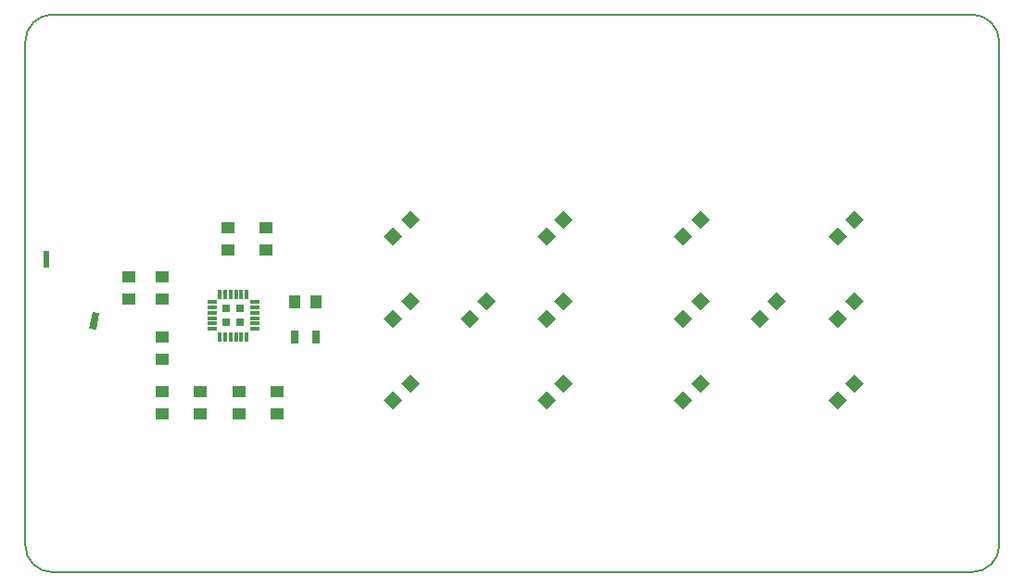
<source format=gbr>
%TF.GenerationSoftware,KiCad,Pcbnew,5.1.0*%
%TF.CreationDate,2019-04-11T23:23:28-05:00*%
%TF.ProjectId,Layout,4c61796f-7574-42e6-9b69-6361645f7063,rev?*%
%TF.SameCoordinates,Original*%
%TF.FileFunction,Paste,Top*%
%TF.FilePolarity,Positive*%
%FSLAX46Y46*%
G04 Gerber Fmt 4.6, Leading zero omitted, Abs format (unit mm)*
G04 Created by KiCad (PCBNEW 5.1.0) date 2019-04-11 23:23:28*
%MOMM*%
%LPD*%
G04 APERTURE LIST*
%ADD10C,0.150000*%
%ADD11R,1.250000X1.000000*%
%ADD12C,1.200000*%
%ADD13C,0.100000*%
%ADD14R,0.850000X0.300000*%
%ADD15R,0.300000X0.850000*%
%ADD16R,0.780000X0.780000*%
%ADD17C,0.630000*%
%ADD18R,0.630000X1.524000*%
%ADD19R,1.000000X1.250000*%
%ADD20R,0.700000X1.300000*%
G04 APERTURE END LIST*
D10*
X112000000Y-122000000D02*
X112000000Y-76000000D01*
X198500000Y-124500000D02*
X114500000Y-124500000D01*
X201000000Y-76000000D02*
X201000000Y-122000000D01*
X114500000Y-73500000D02*
X198500000Y-73500000D01*
X201000000Y-122000000D02*
G75*
G02X198500000Y-124500000I-2500000J0D01*
G01*
X114500000Y-124500000D02*
G75*
G02X112000000Y-122000000I0J2500000D01*
G01*
X112000000Y-76000000D02*
G75*
G02X114500000Y-73500000I2500000J0D01*
G01*
X198500000Y-73500000D02*
G75*
G02X201000000Y-76000000I0J-2500000D01*
G01*
D11*
X124500000Y-105000000D03*
X124500000Y-103000000D03*
X121500000Y-97500000D03*
X121500000Y-99500000D03*
X135000000Y-110000000D03*
X135000000Y-108000000D03*
X131500000Y-108000000D03*
X131500000Y-110000000D03*
X124500000Y-108000000D03*
X124500000Y-110000000D03*
X124500000Y-97500000D03*
X124500000Y-99500000D03*
X128000000Y-108000000D03*
X128000000Y-110000000D03*
X130500000Y-95000000D03*
X130500000Y-93000000D03*
X134000000Y-93000000D03*
X134000000Y-95000000D03*
D12*
X145622184Y-93777817D03*
D13*
G36*
X145622184Y-94626345D02*
G01*
X144773656Y-93777817D01*
X145622184Y-92929289D01*
X146470712Y-93777817D01*
X145622184Y-94626345D01*
X145622184Y-94626345D01*
G37*
D12*
X147177818Y-92222183D03*
D13*
G36*
X147177818Y-93070711D02*
G01*
X146329290Y-92222183D01*
X147177818Y-91373655D01*
X148026346Y-92222183D01*
X147177818Y-93070711D01*
X147177818Y-93070711D01*
G37*
D12*
X161177818Y-107222183D03*
D13*
G36*
X161177818Y-108070711D02*
G01*
X160329290Y-107222183D01*
X161177818Y-106373655D01*
X162026346Y-107222183D01*
X161177818Y-108070711D01*
X161177818Y-108070711D01*
G37*
D12*
X159622184Y-108777817D03*
D13*
G36*
X159622184Y-109626345D02*
G01*
X158773656Y-108777817D01*
X159622184Y-107929289D01*
X160470712Y-108777817D01*
X159622184Y-109626345D01*
X159622184Y-109626345D01*
G37*
D12*
X147177818Y-107222183D03*
D13*
G36*
X147177818Y-108070711D02*
G01*
X146329290Y-107222183D01*
X147177818Y-106373655D01*
X148026346Y-107222183D01*
X147177818Y-108070711D01*
X147177818Y-108070711D01*
G37*
D12*
X145622184Y-108777817D03*
D13*
G36*
X145622184Y-109626345D02*
G01*
X144773656Y-108777817D01*
X145622184Y-107929289D01*
X146470712Y-108777817D01*
X145622184Y-109626345D01*
X145622184Y-109626345D01*
G37*
D12*
X159622184Y-93777817D03*
D13*
G36*
X159622184Y-94626345D02*
G01*
X158773656Y-93777817D01*
X159622184Y-92929289D01*
X160470712Y-93777817D01*
X159622184Y-94626345D01*
X159622184Y-94626345D01*
G37*
D12*
X161177818Y-92222183D03*
D13*
G36*
X161177818Y-93070711D02*
G01*
X160329290Y-92222183D01*
X161177818Y-91373655D01*
X162026346Y-92222183D01*
X161177818Y-93070711D01*
X161177818Y-93070711D01*
G37*
D12*
X152622184Y-101277817D03*
D13*
G36*
X152622184Y-102126345D02*
G01*
X151773656Y-101277817D01*
X152622184Y-100429289D01*
X153470712Y-101277817D01*
X152622184Y-102126345D01*
X152622184Y-102126345D01*
G37*
D12*
X154177818Y-99722183D03*
D13*
G36*
X154177818Y-100570711D02*
G01*
X153329290Y-99722183D01*
X154177818Y-98873655D01*
X155026346Y-99722183D01*
X154177818Y-100570711D01*
X154177818Y-100570711D01*
G37*
D12*
X145622184Y-101277817D03*
D13*
G36*
X145622184Y-102126345D02*
G01*
X144773656Y-101277817D01*
X145622184Y-100429289D01*
X146470712Y-101277817D01*
X145622184Y-102126345D01*
X145622184Y-102126345D01*
G37*
D12*
X147177818Y-99722183D03*
D13*
G36*
X147177818Y-100570711D02*
G01*
X146329290Y-99722183D01*
X147177818Y-98873655D01*
X148026346Y-99722183D01*
X147177818Y-100570711D01*
X147177818Y-100570711D01*
G37*
D12*
X161177818Y-99722183D03*
D13*
G36*
X161177818Y-100570711D02*
G01*
X160329290Y-99722183D01*
X161177818Y-98873655D01*
X162026346Y-99722183D01*
X161177818Y-100570711D01*
X161177818Y-100570711D01*
G37*
D12*
X159622184Y-101277817D03*
D13*
G36*
X159622184Y-102126345D02*
G01*
X158773656Y-101277817D01*
X159622184Y-100429289D01*
X160470712Y-101277817D01*
X159622184Y-102126345D01*
X159622184Y-102126345D01*
G37*
D12*
X173677818Y-92222183D03*
D13*
G36*
X173677818Y-93070711D02*
G01*
X172829290Y-92222183D01*
X173677818Y-91373655D01*
X174526346Y-92222183D01*
X173677818Y-93070711D01*
X173677818Y-93070711D01*
G37*
D12*
X172122184Y-93777817D03*
D13*
G36*
X172122184Y-94626345D02*
G01*
X171273656Y-93777817D01*
X172122184Y-92929289D01*
X172970712Y-93777817D01*
X172122184Y-94626345D01*
X172122184Y-94626345D01*
G37*
D12*
X186222183Y-108777817D03*
D13*
G36*
X186222183Y-109626345D02*
G01*
X185373655Y-108777817D01*
X186222183Y-107929289D01*
X187070711Y-108777817D01*
X186222183Y-109626345D01*
X186222183Y-109626345D01*
G37*
D12*
X187777817Y-107222183D03*
D13*
G36*
X187777817Y-108070711D02*
G01*
X186929289Y-107222183D01*
X187777817Y-106373655D01*
X188626345Y-107222183D01*
X187777817Y-108070711D01*
X187777817Y-108070711D01*
G37*
D12*
X172122184Y-108777817D03*
D13*
G36*
X172122184Y-109626345D02*
G01*
X171273656Y-108777817D01*
X172122184Y-107929289D01*
X172970712Y-108777817D01*
X172122184Y-109626345D01*
X172122184Y-109626345D01*
G37*
D12*
X173677818Y-107222183D03*
D13*
G36*
X173677818Y-108070711D02*
G01*
X172829290Y-107222183D01*
X173677818Y-106373655D01*
X174526346Y-107222183D01*
X173677818Y-108070711D01*
X173677818Y-108070711D01*
G37*
D12*
X187777817Y-92222183D03*
D13*
G36*
X187777817Y-93070711D02*
G01*
X186929289Y-92222183D01*
X187777817Y-91373655D01*
X188626345Y-92222183D01*
X187777817Y-93070711D01*
X187777817Y-93070711D01*
G37*
D12*
X186222183Y-93777817D03*
D13*
G36*
X186222183Y-94626345D02*
G01*
X185373655Y-93777817D01*
X186222183Y-92929289D01*
X187070711Y-93777817D01*
X186222183Y-94626345D01*
X186222183Y-94626345D01*
G37*
D12*
X180677818Y-99722183D03*
D13*
G36*
X180677818Y-100570711D02*
G01*
X179829290Y-99722183D01*
X180677818Y-98873655D01*
X181526346Y-99722183D01*
X180677818Y-100570711D01*
X180677818Y-100570711D01*
G37*
D12*
X179122184Y-101277817D03*
D13*
G36*
X179122184Y-102126345D02*
G01*
X178273656Y-101277817D01*
X179122184Y-100429289D01*
X179970712Y-101277817D01*
X179122184Y-102126345D01*
X179122184Y-102126345D01*
G37*
D12*
X173677818Y-99722183D03*
D13*
G36*
X173677818Y-100570711D02*
G01*
X172829290Y-99722183D01*
X173677818Y-98873655D01*
X174526346Y-99722183D01*
X173677818Y-100570711D01*
X173677818Y-100570711D01*
G37*
D12*
X172122184Y-101277817D03*
D13*
G36*
X172122184Y-102126345D02*
G01*
X171273656Y-101277817D01*
X172122184Y-100429289D01*
X172970712Y-101277817D01*
X172122184Y-102126345D01*
X172122184Y-102126345D01*
G37*
D12*
X186222183Y-101277817D03*
D13*
G36*
X186222183Y-102126345D02*
G01*
X185373655Y-101277817D01*
X186222183Y-100429289D01*
X187070711Y-101277817D01*
X186222183Y-102126345D01*
X186222183Y-102126345D01*
G37*
D12*
X187777817Y-99722183D03*
D13*
G36*
X187777817Y-100570711D02*
G01*
X186929289Y-99722183D01*
X187777817Y-98873655D01*
X188626345Y-99722183D01*
X187777817Y-100570711D01*
X187777817Y-100570711D01*
G37*
D14*
X129050000Y-99760000D03*
X129050000Y-100260000D03*
X129050000Y-100760000D03*
X129050000Y-101260000D03*
X129050000Y-101760000D03*
X129050000Y-102260000D03*
D15*
X129750000Y-102960000D03*
X130250000Y-102960000D03*
X130750000Y-102960000D03*
X131250000Y-102960000D03*
X131750000Y-102960000D03*
X132250000Y-102960000D03*
D14*
X132950000Y-102260000D03*
X132950000Y-101760000D03*
X132950000Y-101260000D03*
X132950000Y-100760000D03*
X132950000Y-100260000D03*
X132950000Y-99760000D03*
D15*
X132250000Y-99060000D03*
X131750000Y-99060000D03*
X131250000Y-99060000D03*
X130750000Y-99060000D03*
X130250000Y-99060000D03*
X129750000Y-99060000D03*
D16*
X131650000Y-101660000D03*
X131650000Y-100360000D03*
X130350000Y-101660000D03*
X130350000Y-100360000D03*
D17*
X118300000Y-101500000D03*
D13*
G36*
X118477895Y-102305123D02*
G01*
X117857466Y-102195724D01*
X118122105Y-100694877D01*
X118742534Y-100804276D01*
X118477895Y-102305123D01*
X118477895Y-102305123D01*
G37*
D18*
X113950000Y-95900000D03*
D19*
X138600000Y-99810000D03*
X136600000Y-99810000D03*
D20*
X138550000Y-102970000D03*
X136650000Y-102970000D03*
M02*

</source>
